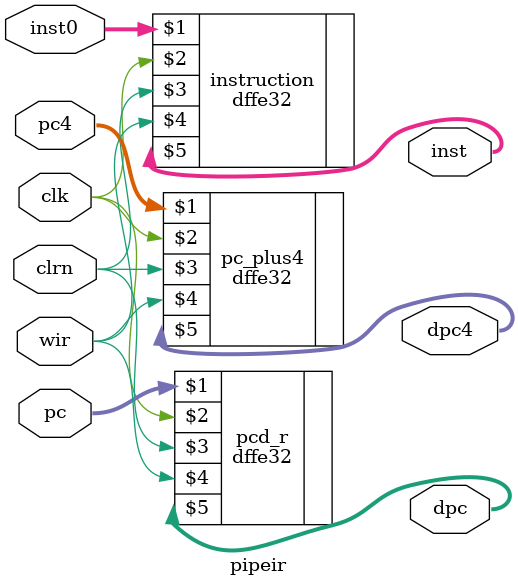
<source format=v>
`timescale 1ns / 1ps


module pipeir (pc4, inst0, pc, wir, clk, clrn, dpc4, inst, dpc);
	input [31:0] pc4, inst0, pc;
	input wir, clk, clrn;
	output [31:0] dpc4, inst, dpc;
	dffe32 pc_plus4 (pc4, clk, clrn, wir, dpc4);
	dffe32 instruction (inst0, clk, clrn, wir, inst);
	dffe32 pcd_r (pc, clk, clrn, wir, dpc);
endmodule

</source>
